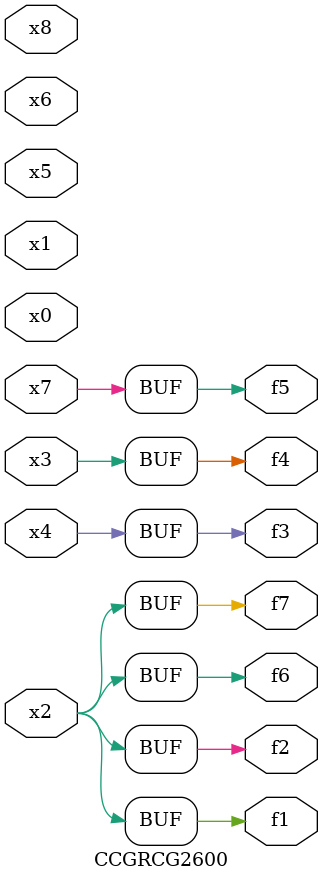
<source format=v>
module CCGRCG2600(
	input x0, x1, x2, x3, x4, x5, x6, x7, x8,
	output f1, f2, f3, f4, f5, f6, f7
);
	assign f1 = x2;
	assign f2 = x2;
	assign f3 = x4;
	assign f4 = x3;
	assign f5 = x7;
	assign f6 = x2;
	assign f7 = x2;
endmodule

</source>
